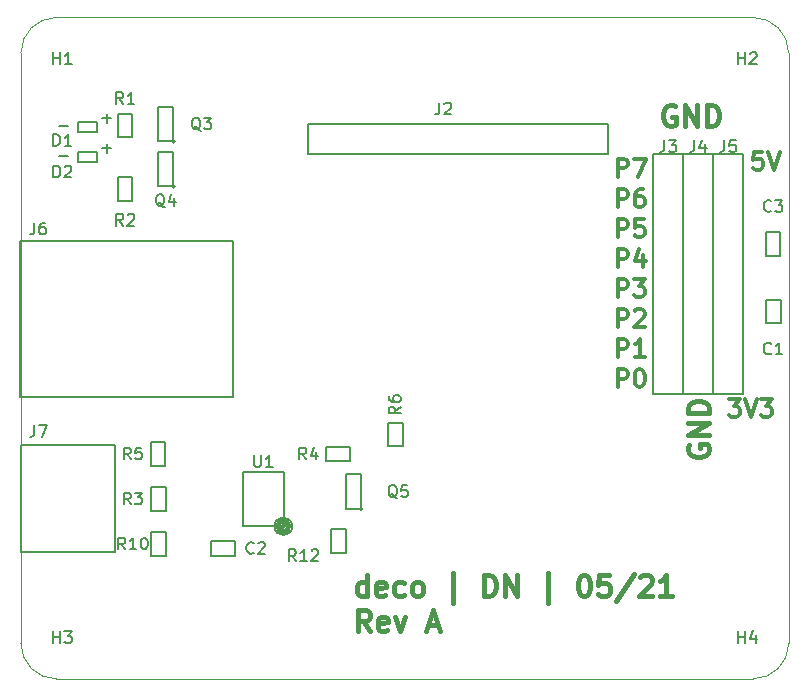
<source format=gbr>
G04 #@! TF.FileFunction,Legend,Top*
%FSLAX46Y46*%
G04 Gerber Fmt 4.6, Leading zero omitted, Abs format (unit mm)*
G04 Created by KiCad (PCBNEW 4.0.2-stable) date 9/14/2021 9:27:19 PM*
%MOMM*%
G01*
G04 APERTURE LIST*
%ADD10C,0.100000*%
%ADD11C,0.300000*%
%ADD12C,0.444500*%
%ADD13C,0.381000*%
%ADD14C,0.150000*%
G04 APERTURE END LIST*
D10*
D11*
X129067858Y-92118571D02*
X129067858Y-90618571D01*
X129639286Y-90618571D01*
X129782144Y-90690000D01*
X129853572Y-90761429D01*
X129925001Y-90904286D01*
X129925001Y-91118571D01*
X129853572Y-91261429D01*
X129782144Y-91332857D01*
X129639286Y-91404286D01*
X129067858Y-91404286D01*
X130853572Y-90618571D02*
X130996429Y-90618571D01*
X131139286Y-90690000D01*
X131210715Y-90761429D01*
X131282144Y-90904286D01*
X131353572Y-91190000D01*
X131353572Y-91547143D01*
X131282144Y-91832857D01*
X131210715Y-91975714D01*
X131139286Y-92047143D01*
X130996429Y-92118571D01*
X130853572Y-92118571D01*
X130710715Y-92047143D01*
X130639286Y-91975714D01*
X130567858Y-91832857D01*
X130496429Y-91547143D01*
X130496429Y-91190000D01*
X130567858Y-90904286D01*
X130639286Y-90761429D01*
X130710715Y-90690000D01*
X130853572Y-90618571D01*
X129067858Y-89578571D02*
X129067858Y-88078571D01*
X129639286Y-88078571D01*
X129782144Y-88150000D01*
X129853572Y-88221429D01*
X129925001Y-88364286D01*
X129925001Y-88578571D01*
X129853572Y-88721429D01*
X129782144Y-88792857D01*
X129639286Y-88864286D01*
X129067858Y-88864286D01*
X131353572Y-89578571D02*
X130496429Y-89578571D01*
X130925001Y-89578571D02*
X130925001Y-88078571D01*
X130782144Y-88292857D01*
X130639286Y-88435714D01*
X130496429Y-88507143D01*
X129067858Y-87038571D02*
X129067858Y-85538571D01*
X129639286Y-85538571D01*
X129782144Y-85610000D01*
X129853572Y-85681429D01*
X129925001Y-85824286D01*
X129925001Y-86038571D01*
X129853572Y-86181429D01*
X129782144Y-86252857D01*
X129639286Y-86324286D01*
X129067858Y-86324286D01*
X130496429Y-85681429D02*
X130567858Y-85610000D01*
X130710715Y-85538571D01*
X131067858Y-85538571D01*
X131210715Y-85610000D01*
X131282144Y-85681429D01*
X131353572Y-85824286D01*
X131353572Y-85967143D01*
X131282144Y-86181429D01*
X130425001Y-87038571D01*
X131353572Y-87038571D01*
X129067858Y-84498571D02*
X129067858Y-82998571D01*
X129639286Y-82998571D01*
X129782144Y-83070000D01*
X129853572Y-83141429D01*
X129925001Y-83284286D01*
X129925001Y-83498571D01*
X129853572Y-83641429D01*
X129782144Y-83712857D01*
X129639286Y-83784286D01*
X129067858Y-83784286D01*
X130425001Y-82998571D02*
X131353572Y-82998571D01*
X130853572Y-83570000D01*
X131067858Y-83570000D01*
X131210715Y-83641429D01*
X131282144Y-83712857D01*
X131353572Y-83855714D01*
X131353572Y-84212857D01*
X131282144Y-84355714D01*
X131210715Y-84427143D01*
X131067858Y-84498571D01*
X130639286Y-84498571D01*
X130496429Y-84427143D01*
X130425001Y-84355714D01*
X129077268Y-81958571D02*
X129077268Y-80458571D01*
X129648696Y-80458571D01*
X129791554Y-80530000D01*
X129862982Y-80601429D01*
X129934411Y-80744286D01*
X129934411Y-80958571D01*
X129862982Y-81101429D01*
X129791554Y-81172857D01*
X129648696Y-81244286D01*
X129077268Y-81244286D01*
X131220125Y-80958571D02*
X131220125Y-81958571D01*
X130862982Y-80387143D02*
X130505839Y-81458571D01*
X131434411Y-81458571D01*
X129077268Y-79418571D02*
X129077268Y-77918571D01*
X129648696Y-77918571D01*
X129791554Y-77990000D01*
X129862982Y-78061429D01*
X129934411Y-78204286D01*
X129934411Y-78418571D01*
X129862982Y-78561429D01*
X129791554Y-78632857D01*
X129648696Y-78704286D01*
X129077268Y-78704286D01*
X131291554Y-77918571D02*
X130577268Y-77918571D01*
X130505839Y-78632857D01*
X130577268Y-78561429D01*
X130720125Y-78490000D01*
X131077268Y-78490000D01*
X131220125Y-78561429D01*
X131291554Y-78632857D01*
X131362982Y-78775714D01*
X131362982Y-79132857D01*
X131291554Y-79275714D01*
X131220125Y-79347143D01*
X131077268Y-79418571D01*
X130720125Y-79418571D01*
X130577268Y-79347143D01*
X130505839Y-79275714D01*
X129077268Y-76878571D02*
X129077268Y-75378571D01*
X129648696Y-75378571D01*
X129791554Y-75450000D01*
X129862982Y-75521429D01*
X129934411Y-75664286D01*
X129934411Y-75878571D01*
X129862982Y-76021429D01*
X129791554Y-76092857D01*
X129648696Y-76164286D01*
X129077268Y-76164286D01*
X131220125Y-75378571D02*
X130934411Y-75378571D01*
X130791554Y-75450000D01*
X130720125Y-75521429D01*
X130577268Y-75735714D01*
X130505839Y-76021429D01*
X130505839Y-76592857D01*
X130577268Y-76735714D01*
X130648696Y-76807143D01*
X130791554Y-76878571D01*
X131077268Y-76878571D01*
X131220125Y-76807143D01*
X131291554Y-76735714D01*
X131362982Y-76592857D01*
X131362982Y-76235714D01*
X131291554Y-76092857D01*
X131220125Y-76021429D01*
X131077268Y-75950000D01*
X130791554Y-75950000D01*
X130648696Y-76021429D01*
X130577268Y-76092857D01*
X130505839Y-76235714D01*
D12*
X107865333Y-109827483D02*
X107865333Y-108049483D01*
X107865333Y-109742817D02*
X107696000Y-109827483D01*
X107357333Y-109827483D01*
X107188000Y-109742817D01*
X107103333Y-109658150D01*
X107018667Y-109488817D01*
X107018667Y-108980817D01*
X107103333Y-108811483D01*
X107188000Y-108726817D01*
X107357333Y-108642150D01*
X107696000Y-108642150D01*
X107865333Y-108726817D01*
X109389334Y-109742817D02*
X109220000Y-109827483D01*
X108881334Y-109827483D01*
X108712000Y-109742817D01*
X108627334Y-109573483D01*
X108627334Y-108896150D01*
X108712000Y-108726817D01*
X108881334Y-108642150D01*
X109220000Y-108642150D01*
X109389334Y-108726817D01*
X109474000Y-108896150D01*
X109474000Y-109065483D01*
X108627334Y-109234817D01*
X110998000Y-109742817D02*
X110828667Y-109827483D01*
X110490000Y-109827483D01*
X110320667Y-109742817D01*
X110236000Y-109658150D01*
X110151334Y-109488817D01*
X110151334Y-108980817D01*
X110236000Y-108811483D01*
X110320667Y-108726817D01*
X110490000Y-108642150D01*
X110828667Y-108642150D01*
X110998000Y-108726817D01*
X112014000Y-109827483D02*
X111844667Y-109742817D01*
X111760000Y-109658150D01*
X111675334Y-109488817D01*
X111675334Y-108980817D01*
X111760000Y-108811483D01*
X111844667Y-108726817D01*
X112014000Y-108642150D01*
X112268000Y-108642150D01*
X112437334Y-108726817D01*
X112522000Y-108811483D01*
X112606667Y-108980817D01*
X112606667Y-109488817D01*
X112522000Y-109658150D01*
X112437334Y-109742817D01*
X112268000Y-109827483D01*
X112014000Y-109827483D01*
X115146668Y-110420150D02*
X115146668Y-107880150D01*
X117771334Y-109827483D02*
X117771334Y-108049483D01*
X118194668Y-108049483D01*
X118448668Y-108134150D01*
X118618001Y-108303483D01*
X118702668Y-108472817D01*
X118787334Y-108811483D01*
X118787334Y-109065483D01*
X118702668Y-109404150D01*
X118618001Y-109573483D01*
X118448668Y-109742817D01*
X118194668Y-109827483D01*
X117771334Y-109827483D01*
X119549334Y-109827483D02*
X119549334Y-108049483D01*
X120565334Y-109827483D01*
X120565334Y-108049483D01*
X123190002Y-110420150D02*
X123190002Y-107880150D01*
X126153335Y-108049483D02*
X126322668Y-108049483D01*
X126492002Y-108134150D01*
X126576668Y-108218817D01*
X126661335Y-108388150D01*
X126746002Y-108726817D01*
X126746002Y-109150150D01*
X126661335Y-109488817D01*
X126576668Y-109658150D01*
X126492002Y-109742817D01*
X126322668Y-109827483D01*
X126153335Y-109827483D01*
X125984002Y-109742817D01*
X125899335Y-109658150D01*
X125814668Y-109488817D01*
X125730002Y-109150150D01*
X125730002Y-108726817D01*
X125814668Y-108388150D01*
X125899335Y-108218817D01*
X125984002Y-108134150D01*
X126153335Y-108049483D01*
X128354668Y-108049483D02*
X127508001Y-108049483D01*
X127423335Y-108896150D01*
X127508001Y-108811483D01*
X127677335Y-108726817D01*
X128100668Y-108726817D01*
X128270001Y-108811483D01*
X128354668Y-108896150D01*
X128439335Y-109065483D01*
X128439335Y-109488817D01*
X128354668Y-109658150D01*
X128270001Y-109742817D01*
X128100668Y-109827483D01*
X127677335Y-109827483D01*
X127508001Y-109742817D01*
X127423335Y-109658150D01*
X130471334Y-107964817D02*
X128947334Y-110250817D01*
X130979335Y-108218817D02*
X131064001Y-108134150D01*
X131233335Y-108049483D01*
X131656668Y-108049483D01*
X131826001Y-108134150D01*
X131910668Y-108218817D01*
X131995335Y-108388150D01*
X131995335Y-108557483D01*
X131910668Y-108811483D01*
X130894668Y-109827483D01*
X131995335Y-109827483D01*
X133688668Y-109827483D02*
X132672668Y-109827483D01*
X133180668Y-109827483D02*
X133180668Y-108049483D01*
X133011334Y-108303483D01*
X132842001Y-108472817D01*
X132672668Y-108557483D01*
X108119333Y-112761183D02*
X107526667Y-111914517D01*
X107103333Y-112761183D02*
X107103333Y-110983183D01*
X107780667Y-110983183D01*
X107950000Y-111067850D01*
X108034667Y-111152517D01*
X108119333Y-111321850D01*
X108119333Y-111575850D01*
X108034667Y-111745183D01*
X107950000Y-111829850D01*
X107780667Y-111914517D01*
X107103333Y-111914517D01*
X109558667Y-112676517D02*
X109389333Y-112761183D01*
X109050667Y-112761183D01*
X108881333Y-112676517D01*
X108796667Y-112507183D01*
X108796667Y-111829850D01*
X108881333Y-111660517D01*
X109050667Y-111575850D01*
X109389333Y-111575850D01*
X109558667Y-111660517D01*
X109643333Y-111829850D01*
X109643333Y-111999183D01*
X108796667Y-112168517D01*
X110236000Y-111575850D02*
X110659333Y-112761183D01*
X111082667Y-111575850D01*
X113030001Y-112253183D02*
X113876667Y-112253183D01*
X112860667Y-112761183D02*
X113453334Y-110983183D01*
X114046001Y-112761183D01*
D11*
X129077268Y-74288221D02*
X129077268Y-72788221D01*
X129648696Y-72788221D01*
X129791554Y-72859650D01*
X129862982Y-72931079D01*
X129934411Y-73073936D01*
X129934411Y-73288221D01*
X129862982Y-73431079D01*
X129791554Y-73502507D01*
X129648696Y-73573936D01*
X129077268Y-73573936D01*
X130434411Y-72788221D02*
X131434411Y-72788221D01*
X130791554Y-74288221D01*
X141319287Y-72203571D02*
X140605001Y-72203571D01*
X140533572Y-72917857D01*
X140605001Y-72846429D01*
X140747858Y-72775000D01*
X141105001Y-72775000D01*
X141247858Y-72846429D01*
X141319287Y-72917857D01*
X141390715Y-73060714D01*
X141390715Y-73417857D01*
X141319287Y-73560714D01*
X141247858Y-73632143D01*
X141105001Y-73703571D01*
X140747858Y-73703571D01*
X140605001Y-73632143D01*
X140533572Y-73560714D01*
X141819286Y-72203571D02*
X142319286Y-73703571D01*
X142819286Y-72203571D01*
X138477858Y-93158571D02*
X139406429Y-93158571D01*
X138906429Y-93730000D01*
X139120715Y-93730000D01*
X139263572Y-93801429D01*
X139335001Y-93872857D01*
X139406429Y-94015714D01*
X139406429Y-94372857D01*
X139335001Y-94515714D01*
X139263572Y-94587143D01*
X139120715Y-94658571D01*
X138692143Y-94658571D01*
X138549286Y-94587143D01*
X138477858Y-94515714D01*
X139835000Y-93158571D02*
X140335000Y-94658571D01*
X140835000Y-93158571D01*
X141192143Y-93158571D02*
X142120714Y-93158571D01*
X141620714Y-93730000D01*
X141835000Y-93730000D01*
X141977857Y-93801429D01*
X142049286Y-93872857D01*
X142120714Y-94015714D01*
X142120714Y-94372857D01*
X142049286Y-94515714D01*
X141977857Y-94587143D01*
X141835000Y-94658571D01*
X141406428Y-94658571D01*
X141263571Y-94587143D01*
X141192143Y-94515714D01*
D13*
X135128000Y-96985666D02*
X135043333Y-97155000D01*
X135043333Y-97409000D01*
X135128000Y-97663000D01*
X135297333Y-97832333D01*
X135466667Y-97917000D01*
X135805333Y-98001666D01*
X136059333Y-98001666D01*
X136398000Y-97917000D01*
X136567333Y-97832333D01*
X136736667Y-97663000D01*
X136821333Y-97409000D01*
X136821333Y-97239666D01*
X136736667Y-96985666D01*
X136652000Y-96901000D01*
X136059333Y-96901000D01*
X136059333Y-97239666D01*
X136821333Y-96139000D02*
X135043333Y-96139000D01*
X136821333Y-95123000D01*
X135043333Y-95123000D01*
X136821333Y-94276333D02*
X135043333Y-94276333D01*
X135043333Y-93852999D01*
X135128000Y-93598999D01*
X135297333Y-93429666D01*
X135466667Y-93344999D01*
X135805333Y-93260333D01*
X136059333Y-93260333D01*
X136398000Y-93344999D01*
X136567333Y-93429666D01*
X136736667Y-93598999D01*
X136821333Y-93852999D01*
X136821333Y-94276333D01*
X133900334Y-68326000D02*
X133731000Y-68241333D01*
X133477000Y-68241333D01*
X133223000Y-68326000D01*
X133053667Y-68495333D01*
X132969000Y-68664667D01*
X132884334Y-69003333D01*
X132884334Y-69257333D01*
X132969000Y-69596000D01*
X133053667Y-69765333D01*
X133223000Y-69934667D01*
X133477000Y-70019333D01*
X133646334Y-70019333D01*
X133900334Y-69934667D01*
X133985000Y-69850000D01*
X133985000Y-69257333D01*
X133646334Y-69257333D01*
X134747000Y-70019333D02*
X134747000Y-68241333D01*
X135763000Y-70019333D01*
X135763000Y-68241333D01*
X136609667Y-70019333D02*
X136609667Y-68241333D01*
X137033001Y-68241333D01*
X137287001Y-68326000D01*
X137456334Y-68495333D01*
X137541001Y-68664667D01*
X137625667Y-69003333D01*
X137625667Y-69257333D01*
X137541001Y-69596000D01*
X137456334Y-69765333D01*
X137287001Y-69934667D01*
X137033001Y-70019333D01*
X136609667Y-70019333D01*
D10*
X78546356Y-63817611D02*
X78546356Y-113817611D01*
X78546356Y-63817611D02*
G75*
G02X81546356Y-60817611I3000000J0D01*
G01*
X140546356Y-60817611D02*
X81546356Y-60817611D01*
X140546356Y-60817611D02*
G75*
G02X143546356Y-63817611I0J-3000000D01*
G01*
X143546356Y-113817611D02*
X143546356Y-63817611D01*
X81546356Y-116817611D02*
G75*
G02X78546356Y-113817611I0J3000000D01*
G01*
X81546356Y-116817611D02*
X140546356Y-116817611D01*
X143546351Y-113822847D02*
G75*
G02X140546356Y-116817611I-2999995J5236D01*
G01*
D14*
X84949164Y-73023574D02*
X84949164Y-72223574D01*
X84949164Y-72223574D02*
X83349164Y-72223574D01*
X83349164Y-72223574D02*
X83349164Y-73023574D01*
X83349164Y-73023574D02*
X84949164Y-73023574D01*
X84949164Y-70483574D02*
X84949164Y-69683574D01*
X84949164Y-69683574D02*
X83349164Y-69683574D01*
X83349164Y-69683574D02*
X83349164Y-70483574D01*
X83349164Y-70483574D02*
X84949164Y-70483574D01*
X142852500Y-81010000D02*
X142852500Y-79010000D01*
X142852500Y-79010000D02*
X141602500Y-79010000D01*
X141602500Y-79010000D02*
X141602500Y-81010000D01*
X141602500Y-81010000D02*
X142852500Y-81010000D01*
X96631000Y-105178500D02*
X94631000Y-105178500D01*
X94631000Y-105178500D02*
X94631000Y-106428500D01*
X94631000Y-106428500D02*
X96631000Y-106428500D01*
X96631000Y-106428500D02*
X96631000Y-105178500D01*
X141627500Y-84725000D02*
X141627500Y-86725000D01*
X141627500Y-86725000D02*
X142877500Y-86725000D01*
X142877500Y-86725000D02*
X142877500Y-84725000D01*
X142877500Y-84725000D02*
X141627500Y-84725000D01*
X89557500Y-104410000D02*
X90807500Y-104410000D01*
X90807500Y-104410000D02*
X90807500Y-106410000D01*
X90807500Y-106410000D02*
X89557500Y-106410000D01*
X89557500Y-106410000D02*
X89557500Y-104410000D01*
X109623500Y-95139000D02*
X110873500Y-95139000D01*
X110873500Y-95139000D02*
X110873500Y-97139000D01*
X110873500Y-97139000D02*
X109623500Y-97139000D01*
X109623500Y-97139000D02*
X109623500Y-95139000D01*
X104785000Y-104138400D02*
X106035000Y-104138400D01*
X106035000Y-104138400D02*
X106035000Y-106138400D01*
X106035000Y-106138400D02*
X104785000Y-106138400D01*
X104785000Y-106138400D02*
X104785000Y-104138400D01*
X90782500Y-98790000D02*
X89532500Y-98790000D01*
X89532500Y-98790000D02*
X89532500Y-96790000D01*
X89532500Y-96790000D02*
X90782500Y-96790000D01*
X90782500Y-96790000D02*
X90782500Y-98790000D01*
X104410000Y-98402500D02*
X104410000Y-97152500D01*
X104410000Y-97152500D02*
X106410000Y-97152500D01*
X106410000Y-97152500D02*
X106410000Y-98402500D01*
X106410000Y-98402500D02*
X104410000Y-98402500D01*
X89557500Y-100600000D02*
X90807500Y-100600000D01*
X90807500Y-100600000D02*
X90807500Y-102600000D01*
X90807500Y-102600000D02*
X89557500Y-102600000D01*
X89557500Y-102600000D02*
X89557500Y-100600000D01*
X87975600Y-76318800D02*
X86725600Y-76318800D01*
X86725600Y-76318800D02*
X86725600Y-74318800D01*
X86725600Y-74318800D02*
X87975600Y-74318800D01*
X87975600Y-74318800D02*
X87975600Y-76318800D01*
X87988500Y-70977000D02*
X86738500Y-70977000D01*
X86738500Y-70977000D02*
X86738500Y-68977000D01*
X86738500Y-68977000D02*
X87988500Y-68977000D01*
X87988500Y-68977000D02*
X87988500Y-70977000D01*
X128270000Y-72390000D02*
X128270000Y-69850000D01*
X128270000Y-69850000D02*
X102870000Y-69850000D01*
X102870000Y-69850000D02*
X102870000Y-72390000D01*
X102870000Y-72390000D02*
X128270000Y-72390000D01*
X132089410Y-92710000D02*
X134629410Y-92710000D01*
X134629410Y-92710000D02*
X134629410Y-72390000D01*
X134629410Y-72390000D02*
X132089410Y-72390000D01*
X132089410Y-72390000D02*
X132089410Y-92710000D01*
X139700000Y-72390000D02*
X137160000Y-72390000D01*
X137160000Y-72390000D02*
X137160000Y-92710000D01*
X137160000Y-92710000D02*
X139700000Y-92710000D01*
X139700000Y-92710000D02*
X139700000Y-72390000D01*
X134620000Y-92710000D02*
X137160000Y-92710000D01*
X137160000Y-92710000D02*
X137160000Y-72390000D01*
X137160000Y-72390000D02*
X134620000Y-72390000D01*
X134620000Y-72390000D02*
X134620000Y-92710000D01*
X101510000Y-103900000D02*
G75*
G03X101510000Y-103900000I-750000J0D01*
G01*
X101360000Y-103900000D02*
G75*
G03X101360000Y-103900000I-600000J0D01*
G01*
X101220109Y-103900000D02*
G75*
G03X101220109Y-103900000I-460109J0D01*
G01*
X101078904Y-103900000D02*
G75*
G03X101078904Y-103900000I-318904J0D01*
G01*
X100801231Y-103900000D02*
G75*
G03X100801231Y-103900000I-41231J0D01*
G01*
X100934642Y-103900000D02*
G75*
G03X100934642Y-103900000I-174642J0D01*
G01*
X100805000Y-103906000D02*
X97315000Y-103906000D01*
X97315000Y-103906000D02*
X97315000Y-99294000D01*
X100805000Y-99294000D02*
X97315000Y-99294000D01*
X100805000Y-103906000D02*
X100805000Y-99294000D01*
X78550000Y-97060000D02*
X86550000Y-97060000D01*
X86550000Y-97060000D02*
X86550000Y-106060000D01*
X78550000Y-106060000D02*
X86550000Y-106060000D01*
X78550000Y-97060000D02*
X78550000Y-106060000D01*
X107480000Y-102465000D02*
G75*
G03X107480000Y-102465000I-100000J0D01*
G01*
X106030000Y-102425000D02*
X106030000Y-99505000D01*
X107330000Y-102425000D02*
X106030000Y-102425000D01*
X107330000Y-99505000D02*
X107330000Y-102425000D01*
X106030000Y-99505000D02*
X107330000Y-99505000D01*
X91605000Y-75160000D02*
G75*
G03X91605000Y-75160000I-100000J0D01*
G01*
X90155000Y-75120000D02*
X90155000Y-72200000D01*
X91455000Y-75120000D02*
X90155000Y-75120000D01*
X91455000Y-72200000D02*
X91455000Y-75120000D01*
X90155000Y-72200000D02*
X91455000Y-72200000D01*
X91605000Y-71350000D02*
G75*
G03X91605000Y-71350000I-100000J0D01*
G01*
X90155000Y-71310000D02*
X90155000Y-68390000D01*
X91455000Y-71310000D02*
X90155000Y-71310000D01*
X91455000Y-68390000D02*
X91455000Y-71310000D01*
X90155000Y-68390000D02*
X91455000Y-68390000D01*
X78480000Y-79760000D02*
X78480000Y-92960000D01*
X96480000Y-92960000D02*
X78480000Y-92960000D01*
X96480000Y-79760000D02*
X96480000Y-92960000D01*
X96480000Y-79760000D02*
X78480000Y-79760000D01*
X81303905Y-74366381D02*
X81303905Y-73366381D01*
X81542000Y-73366381D01*
X81684858Y-73414000D01*
X81780096Y-73509238D01*
X81827715Y-73604476D01*
X81875334Y-73794952D01*
X81875334Y-73937810D01*
X81827715Y-74128286D01*
X81780096Y-74223524D01*
X81684858Y-74318762D01*
X81542000Y-74366381D01*
X81303905Y-74366381D01*
X82256286Y-73461619D02*
X82303905Y-73414000D01*
X82399143Y-73366381D01*
X82637239Y-73366381D01*
X82732477Y-73414000D01*
X82780096Y-73461619D01*
X82827715Y-73556857D01*
X82827715Y-73652095D01*
X82780096Y-73794952D01*
X82208667Y-74366381D01*
X82827715Y-74366381D01*
X85796429Y-72262952D02*
X85796429Y-71501047D01*
X86177381Y-71881999D02*
X85415476Y-71881999D01*
X81788048Y-72588429D02*
X82549953Y-72588429D01*
X81303905Y-71699381D02*
X81303905Y-70699381D01*
X81542000Y-70699381D01*
X81684858Y-70747000D01*
X81780096Y-70842238D01*
X81827715Y-70937476D01*
X81875334Y-71127952D01*
X81875334Y-71270810D01*
X81827715Y-71461286D01*
X81780096Y-71556524D01*
X81684858Y-71651762D01*
X81542000Y-71699381D01*
X81303905Y-71699381D01*
X82827715Y-71699381D02*
X82256286Y-71699381D01*
X82542000Y-71699381D02*
X82542000Y-70699381D01*
X82446762Y-70842238D01*
X82351524Y-70937476D01*
X82256286Y-70985095D01*
X85796429Y-69722952D02*
X85796429Y-68961047D01*
X86177381Y-69341999D02*
X85415476Y-69341999D01*
X81788048Y-70048429D02*
X82549953Y-70048429D01*
X142073334Y-77192143D02*
X142025715Y-77239762D01*
X141882858Y-77287381D01*
X141787620Y-77287381D01*
X141644762Y-77239762D01*
X141549524Y-77144524D01*
X141501905Y-77049286D01*
X141454286Y-76858810D01*
X141454286Y-76715952D01*
X141501905Y-76525476D01*
X141549524Y-76430238D01*
X141644762Y-76335000D01*
X141787620Y-76287381D01*
X141882858Y-76287381D01*
X142025715Y-76335000D01*
X142073334Y-76382619D01*
X142406667Y-76287381D02*
X143025715Y-76287381D01*
X142692381Y-76668333D01*
X142835239Y-76668333D01*
X142930477Y-76715952D01*
X142978096Y-76763571D01*
X143025715Y-76858810D01*
X143025715Y-77096905D01*
X142978096Y-77192143D01*
X142930477Y-77239762D01*
X142835239Y-77287381D01*
X142549524Y-77287381D01*
X142454286Y-77239762D01*
X142406667Y-77192143D01*
X98258334Y-106148143D02*
X98210715Y-106195762D01*
X98067858Y-106243381D01*
X97972620Y-106243381D01*
X97829762Y-106195762D01*
X97734524Y-106100524D01*
X97686905Y-106005286D01*
X97639286Y-105814810D01*
X97639286Y-105671952D01*
X97686905Y-105481476D01*
X97734524Y-105386238D01*
X97829762Y-105291000D01*
X97972620Y-105243381D01*
X98067858Y-105243381D01*
X98210715Y-105291000D01*
X98258334Y-105338619D01*
X98639286Y-105338619D02*
X98686905Y-105291000D01*
X98782143Y-105243381D01*
X99020239Y-105243381D01*
X99115477Y-105291000D01*
X99163096Y-105338619D01*
X99210715Y-105433857D01*
X99210715Y-105529095D01*
X99163096Y-105671952D01*
X98591667Y-106243381D01*
X99210715Y-106243381D01*
X142073334Y-89257143D02*
X142025715Y-89304762D01*
X141882858Y-89352381D01*
X141787620Y-89352381D01*
X141644762Y-89304762D01*
X141549524Y-89209524D01*
X141501905Y-89114286D01*
X141454286Y-88923810D01*
X141454286Y-88780952D01*
X141501905Y-88590476D01*
X141549524Y-88495238D01*
X141644762Y-88400000D01*
X141787620Y-88352381D01*
X141882858Y-88352381D01*
X142025715Y-88400000D01*
X142073334Y-88447619D01*
X143025715Y-89352381D02*
X142454286Y-89352381D01*
X142740000Y-89352381D02*
X142740000Y-88352381D01*
X142644762Y-88495238D01*
X142549524Y-88590476D01*
X142454286Y-88638095D01*
X87368143Y-105862381D02*
X87034809Y-105386190D01*
X86796714Y-105862381D02*
X86796714Y-104862381D01*
X87177667Y-104862381D01*
X87272905Y-104910000D01*
X87320524Y-104957619D01*
X87368143Y-105052857D01*
X87368143Y-105195714D01*
X87320524Y-105290952D01*
X87272905Y-105338571D01*
X87177667Y-105386190D01*
X86796714Y-105386190D01*
X88320524Y-105862381D02*
X87749095Y-105862381D01*
X88034809Y-105862381D02*
X88034809Y-104862381D01*
X87939571Y-105005238D01*
X87844333Y-105100476D01*
X87749095Y-105148095D01*
X88939571Y-104862381D02*
X89034810Y-104862381D01*
X89130048Y-104910000D01*
X89177667Y-104957619D01*
X89225286Y-105052857D01*
X89272905Y-105243333D01*
X89272905Y-105481429D01*
X89225286Y-105671905D01*
X89177667Y-105767143D01*
X89130048Y-105814762D01*
X89034810Y-105862381D01*
X88939571Y-105862381D01*
X88844333Y-105814762D01*
X88796714Y-105767143D01*
X88749095Y-105671905D01*
X88701476Y-105481429D01*
X88701476Y-105243333D01*
X88749095Y-105052857D01*
X88796714Y-104957619D01*
X88844333Y-104910000D01*
X88939571Y-104862381D01*
X110688381Y-93765666D02*
X110212190Y-94099000D01*
X110688381Y-94337095D02*
X109688381Y-94337095D01*
X109688381Y-93956142D01*
X109736000Y-93860904D01*
X109783619Y-93813285D01*
X109878857Y-93765666D01*
X110021714Y-93765666D01*
X110116952Y-93813285D01*
X110164571Y-93860904D01*
X110212190Y-93956142D01*
X110212190Y-94337095D01*
X109688381Y-92908523D02*
X109688381Y-93099000D01*
X109736000Y-93194238D01*
X109783619Y-93241857D01*
X109926476Y-93337095D01*
X110116952Y-93384714D01*
X110497905Y-93384714D01*
X110593143Y-93337095D01*
X110640762Y-93289476D01*
X110688381Y-93194238D01*
X110688381Y-93003761D01*
X110640762Y-92908523D01*
X110593143Y-92860904D01*
X110497905Y-92813285D01*
X110259810Y-92813285D01*
X110164571Y-92860904D01*
X110116952Y-92908523D01*
X110069333Y-93003761D01*
X110069333Y-93194238D01*
X110116952Y-93289476D01*
X110164571Y-93337095D01*
X110259810Y-93384714D01*
X101833643Y-106860781D02*
X101500309Y-106384590D01*
X101262214Y-106860781D02*
X101262214Y-105860781D01*
X101643167Y-105860781D01*
X101738405Y-105908400D01*
X101786024Y-105956019D01*
X101833643Y-106051257D01*
X101833643Y-106194114D01*
X101786024Y-106289352D01*
X101738405Y-106336971D01*
X101643167Y-106384590D01*
X101262214Y-106384590D01*
X102786024Y-106860781D02*
X102214595Y-106860781D01*
X102500309Y-106860781D02*
X102500309Y-105860781D01*
X102405071Y-106003638D01*
X102309833Y-106098876D01*
X102214595Y-106146495D01*
X103166976Y-105956019D02*
X103214595Y-105908400D01*
X103309833Y-105860781D01*
X103547929Y-105860781D01*
X103643167Y-105908400D01*
X103690786Y-105956019D01*
X103738405Y-106051257D01*
X103738405Y-106146495D01*
X103690786Y-106289352D01*
X103119357Y-106860781D01*
X103738405Y-106860781D01*
X87844334Y-98242381D02*
X87511000Y-97766190D01*
X87272905Y-98242381D02*
X87272905Y-97242381D01*
X87653858Y-97242381D01*
X87749096Y-97290000D01*
X87796715Y-97337619D01*
X87844334Y-97432857D01*
X87844334Y-97575714D01*
X87796715Y-97670952D01*
X87749096Y-97718571D01*
X87653858Y-97766190D01*
X87272905Y-97766190D01*
X88749096Y-97242381D02*
X88272905Y-97242381D01*
X88225286Y-97718571D01*
X88272905Y-97670952D01*
X88368143Y-97623333D01*
X88606239Y-97623333D01*
X88701477Y-97670952D01*
X88749096Y-97718571D01*
X88796715Y-97813810D01*
X88796715Y-98051905D01*
X88749096Y-98147143D01*
X88701477Y-98194762D01*
X88606239Y-98242381D01*
X88368143Y-98242381D01*
X88272905Y-98194762D01*
X88225286Y-98147143D01*
X102703334Y-98242381D02*
X102370000Y-97766190D01*
X102131905Y-98242381D02*
X102131905Y-97242381D01*
X102512858Y-97242381D01*
X102608096Y-97290000D01*
X102655715Y-97337619D01*
X102703334Y-97432857D01*
X102703334Y-97575714D01*
X102655715Y-97670952D01*
X102608096Y-97718571D01*
X102512858Y-97766190D01*
X102131905Y-97766190D01*
X103560477Y-97575714D02*
X103560477Y-98242381D01*
X103322381Y-97194762D02*
X103084286Y-97909048D01*
X103703334Y-97909048D01*
X87844334Y-102052381D02*
X87511000Y-101576190D01*
X87272905Y-102052381D02*
X87272905Y-101052381D01*
X87653858Y-101052381D01*
X87749096Y-101100000D01*
X87796715Y-101147619D01*
X87844334Y-101242857D01*
X87844334Y-101385714D01*
X87796715Y-101480952D01*
X87749096Y-101528571D01*
X87653858Y-101576190D01*
X87272905Y-101576190D01*
X88177667Y-101052381D02*
X88796715Y-101052381D01*
X88463381Y-101433333D01*
X88606239Y-101433333D01*
X88701477Y-101480952D01*
X88749096Y-101528571D01*
X88796715Y-101623810D01*
X88796715Y-101861905D01*
X88749096Y-101957143D01*
X88701477Y-102004762D01*
X88606239Y-102052381D01*
X88320524Y-102052381D01*
X88225286Y-102004762D01*
X88177667Y-101957143D01*
X87196434Y-78438181D02*
X86863100Y-77961990D01*
X86625005Y-78438181D02*
X86625005Y-77438181D01*
X87005958Y-77438181D01*
X87101196Y-77485800D01*
X87148815Y-77533419D01*
X87196434Y-77628657D01*
X87196434Y-77771514D01*
X87148815Y-77866752D01*
X87101196Y-77914371D01*
X87005958Y-77961990D01*
X86625005Y-77961990D01*
X87577386Y-77533419D02*
X87625005Y-77485800D01*
X87720243Y-77438181D01*
X87958339Y-77438181D01*
X88053577Y-77485800D01*
X88101196Y-77533419D01*
X88148815Y-77628657D01*
X88148815Y-77723895D01*
X88101196Y-77866752D01*
X87529767Y-78438181D01*
X88148815Y-78438181D01*
X87209334Y-68143381D02*
X86876000Y-67667190D01*
X86637905Y-68143381D02*
X86637905Y-67143381D01*
X87018858Y-67143381D01*
X87114096Y-67191000D01*
X87161715Y-67238619D01*
X87209334Y-67333857D01*
X87209334Y-67476714D01*
X87161715Y-67571952D01*
X87114096Y-67619571D01*
X87018858Y-67667190D01*
X86637905Y-67667190D01*
X88161715Y-68143381D02*
X87590286Y-68143381D01*
X87876000Y-68143381D02*
X87876000Y-67143381D01*
X87780762Y-67286238D01*
X87685524Y-67381476D01*
X87590286Y-67429095D01*
X113966667Y-68032381D02*
X113966667Y-68746667D01*
X113919047Y-68889524D01*
X113823809Y-68984762D01*
X113680952Y-69032381D01*
X113585714Y-69032381D01*
X114395238Y-68127619D02*
X114442857Y-68080000D01*
X114538095Y-68032381D01*
X114776191Y-68032381D01*
X114871429Y-68080000D01*
X114919048Y-68127619D01*
X114966667Y-68222857D01*
X114966667Y-68318095D01*
X114919048Y-68460952D01*
X114347619Y-69032381D01*
X114966667Y-69032381D01*
X133016667Y-71207381D02*
X133016667Y-71921667D01*
X132969047Y-72064524D01*
X132873809Y-72159762D01*
X132730952Y-72207381D01*
X132635714Y-72207381D01*
X133397619Y-71207381D02*
X134016667Y-71207381D01*
X133683333Y-71588333D01*
X133826191Y-71588333D01*
X133921429Y-71635952D01*
X133969048Y-71683571D01*
X134016667Y-71778810D01*
X134016667Y-72016905D01*
X133969048Y-72112143D01*
X133921429Y-72159762D01*
X133826191Y-72207381D01*
X133540476Y-72207381D01*
X133445238Y-72159762D01*
X133397619Y-72112143D01*
X138096667Y-71207381D02*
X138096667Y-71921667D01*
X138049047Y-72064524D01*
X137953809Y-72159762D01*
X137810952Y-72207381D01*
X137715714Y-72207381D01*
X139049048Y-71207381D02*
X138572857Y-71207381D01*
X138525238Y-71683571D01*
X138572857Y-71635952D01*
X138668095Y-71588333D01*
X138906191Y-71588333D01*
X139001429Y-71635952D01*
X139049048Y-71683571D01*
X139096667Y-71778810D01*
X139096667Y-72016905D01*
X139049048Y-72112143D01*
X139001429Y-72159762D01*
X138906191Y-72207381D01*
X138668095Y-72207381D01*
X138572857Y-72159762D01*
X138525238Y-72112143D01*
X135556667Y-71207381D02*
X135556667Y-71921667D01*
X135509047Y-72064524D01*
X135413809Y-72159762D01*
X135270952Y-72207381D01*
X135175714Y-72207381D01*
X136461429Y-71540714D02*
X136461429Y-72207381D01*
X136223333Y-71159762D02*
X135985238Y-71874048D01*
X136604286Y-71874048D01*
X98298095Y-97877381D02*
X98298095Y-98686905D01*
X98345714Y-98782143D01*
X98393333Y-98829762D01*
X98488571Y-98877381D01*
X98679048Y-98877381D01*
X98774286Y-98829762D01*
X98821905Y-98782143D01*
X98869524Y-98686905D01*
X98869524Y-97877381D01*
X99869524Y-98877381D02*
X99298095Y-98877381D01*
X99583809Y-98877381D02*
X99583809Y-97877381D01*
X99488571Y-98020238D01*
X99393333Y-98115476D01*
X99298095Y-98163095D01*
X81284451Y-64769992D02*
X81284451Y-63769992D01*
X81284451Y-64246182D02*
X81855880Y-64246182D01*
X81855880Y-64769992D02*
X81855880Y-63769992D01*
X82855880Y-64769992D02*
X82284451Y-64769992D01*
X82570165Y-64769992D02*
X82570165Y-63769992D01*
X82474927Y-63912849D01*
X82379689Y-64008087D01*
X82284451Y-64055706D01*
X139278095Y-64782381D02*
X139278095Y-63782381D01*
X139278095Y-64258571D02*
X139849524Y-64258571D01*
X139849524Y-64782381D02*
X139849524Y-63782381D01*
X140278095Y-63877619D02*
X140325714Y-63830000D01*
X140420952Y-63782381D01*
X140659048Y-63782381D01*
X140754286Y-63830000D01*
X140801905Y-63877619D01*
X140849524Y-63972857D01*
X140849524Y-64068095D01*
X140801905Y-64210952D01*
X140230476Y-64782381D01*
X140849524Y-64782381D01*
X81278095Y-113772381D02*
X81278095Y-112772381D01*
X81278095Y-113248571D02*
X81849524Y-113248571D01*
X81849524Y-113772381D02*
X81849524Y-112772381D01*
X82230476Y-112772381D02*
X82849524Y-112772381D01*
X82516190Y-113153333D01*
X82659048Y-113153333D01*
X82754286Y-113200952D01*
X82801905Y-113248571D01*
X82849524Y-113343810D01*
X82849524Y-113581905D01*
X82801905Y-113677143D01*
X82754286Y-113724762D01*
X82659048Y-113772381D01*
X82373333Y-113772381D01*
X82278095Y-113724762D01*
X82230476Y-113677143D01*
X139268095Y-113762381D02*
X139268095Y-112762381D01*
X139268095Y-113238571D02*
X139839524Y-113238571D01*
X139839524Y-113762381D02*
X139839524Y-112762381D01*
X140744286Y-113095714D02*
X140744286Y-113762381D01*
X140506190Y-112714762D02*
X140268095Y-113429048D01*
X140887143Y-113429048D01*
X79676667Y-95337381D02*
X79676667Y-96051667D01*
X79629047Y-96194524D01*
X79533809Y-96289762D01*
X79390952Y-96337381D01*
X79295714Y-96337381D01*
X80057619Y-95337381D02*
X80724286Y-95337381D01*
X80295714Y-96337381D01*
X110394762Y-101512619D02*
X110299524Y-101465000D01*
X110204286Y-101369762D01*
X110061429Y-101226905D01*
X109966190Y-101179286D01*
X109870952Y-101179286D01*
X109918571Y-101417381D02*
X109823333Y-101369762D01*
X109728095Y-101274524D01*
X109680476Y-101084048D01*
X109680476Y-100750714D01*
X109728095Y-100560238D01*
X109823333Y-100465000D01*
X109918571Y-100417381D01*
X110109048Y-100417381D01*
X110204286Y-100465000D01*
X110299524Y-100560238D01*
X110347143Y-100750714D01*
X110347143Y-101084048D01*
X110299524Y-101274524D01*
X110204286Y-101369762D01*
X110109048Y-101417381D01*
X109918571Y-101417381D01*
X111251905Y-100417381D02*
X110775714Y-100417381D01*
X110728095Y-100893571D01*
X110775714Y-100845952D01*
X110870952Y-100798333D01*
X111109048Y-100798333D01*
X111204286Y-100845952D01*
X111251905Y-100893571D01*
X111299524Y-100988810D01*
X111299524Y-101226905D01*
X111251905Y-101322143D01*
X111204286Y-101369762D01*
X111109048Y-101417381D01*
X110870952Y-101417381D01*
X110775714Y-101369762D01*
X110728095Y-101322143D01*
X90709762Y-76874619D02*
X90614524Y-76827000D01*
X90519286Y-76731762D01*
X90376429Y-76588905D01*
X90281190Y-76541286D01*
X90185952Y-76541286D01*
X90233571Y-76779381D02*
X90138333Y-76731762D01*
X90043095Y-76636524D01*
X89995476Y-76446048D01*
X89995476Y-76112714D01*
X90043095Y-75922238D01*
X90138333Y-75827000D01*
X90233571Y-75779381D01*
X90424048Y-75779381D01*
X90519286Y-75827000D01*
X90614524Y-75922238D01*
X90662143Y-76112714D01*
X90662143Y-76446048D01*
X90614524Y-76636524D01*
X90519286Y-76731762D01*
X90424048Y-76779381D01*
X90233571Y-76779381D01*
X91519286Y-76112714D02*
X91519286Y-76779381D01*
X91281190Y-75731762D02*
X91043095Y-76446048D01*
X91662143Y-76446048D01*
X93757762Y-70397619D02*
X93662524Y-70350000D01*
X93567286Y-70254762D01*
X93424429Y-70111905D01*
X93329190Y-70064286D01*
X93233952Y-70064286D01*
X93281571Y-70302381D02*
X93186333Y-70254762D01*
X93091095Y-70159524D01*
X93043476Y-69969048D01*
X93043476Y-69635714D01*
X93091095Y-69445238D01*
X93186333Y-69350000D01*
X93281571Y-69302381D01*
X93472048Y-69302381D01*
X93567286Y-69350000D01*
X93662524Y-69445238D01*
X93710143Y-69635714D01*
X93710143Y-69969048D01*
X93662524Y-70159524D01*
X93567286Y-70254762D01*
X93472048Y-70302381D01*
X93281571Y-70302381D01*
X94043476Y-69302381D02*
X94662524Y-69302381D01*
X94329190Y-69683333D01*
X94472048Y-69683333D01*
X94567286Y-69730952D01*
X94614905Y-69778571D01*
X94662524Y-69873810D01*
X94662524Y-70111905D01*
X94614905Y-70207143D01*
X94567286Y-70254762D01*
X94472048Y-70302381D01*
X94186333Y-70302381D01*
X94091095Y-70254762D01*
X94043476Y-70207143D01*
X79676667Y-78192381D02*
X79676667Y-78906667D01*
X79629047Y-79049524D01*
X79533809Y-79144762D01*
X79390952Y-79192381D01*
X79295714Y-79192381D01*
X80581429Y-78192381D02*
X80390952Y-78192381D01*
X80295714Y-78240000D01*
X80248095Y-78287619D01*
X80152857Y-78430476D01*
X80105238Y-78620952D01*
X80105238Y-79001905D01*
X80152857Y-79097143D01*
X80200476Y-79144762D01*
X80295714Y-79192381D01*
X80486191Y-79192381D01*
X80581429Y-79144762D01*
X80629048Y-79097143D01*
X80676667Y-79001905D01*
X80676667Y-78763810D01*
X80629048Y-78668571D01*
X80581429Y-78620952D01*
X80486191Y-78573333D01*
X80295714Y-78573333D01*
X80200476Y-78620952D01*
X80152857Y-78668571D01*
X80105238Y-78763810D01*
M02*

</source>
